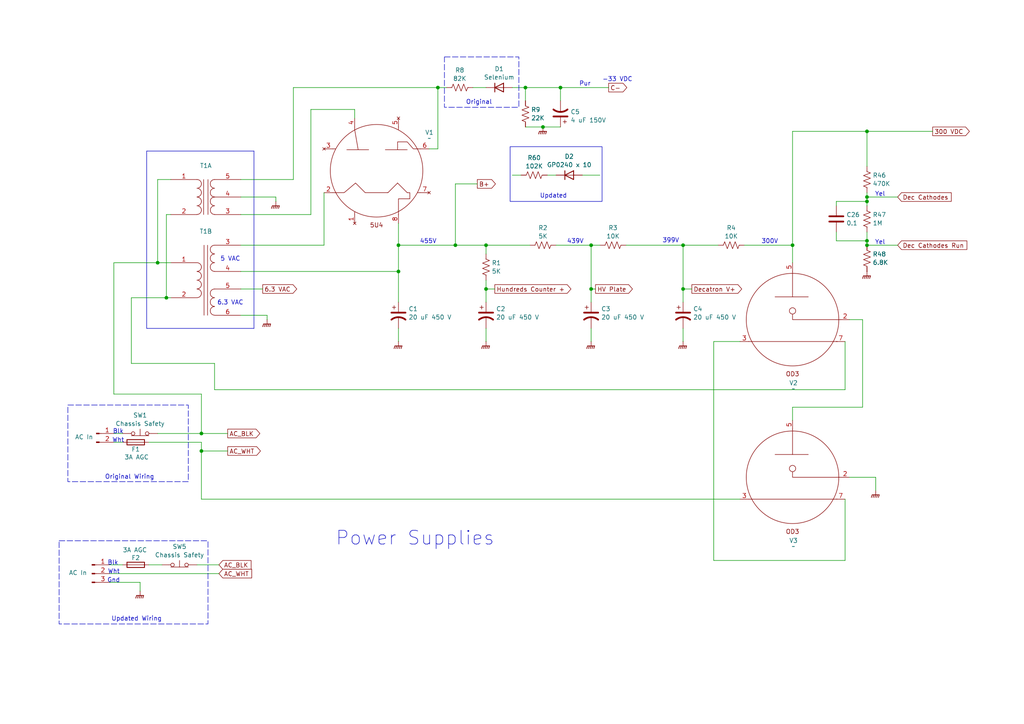
<source format=kicad_sch>
(kicad_sch (version 20250114) (generator "eeschema") (generator_version "9.0")
  (paper "A4")
  (title_block (title "General Scaler-Ratemeter RCR-1 ") (company "Nucleonics Corp of America") (comment 1 "Schematic by Steve Conklin"))
  (lib_symbols
    (symbol "Connector:Conn_01x02_Pin" (pin_names (offset 1.016) (hide yes))
      (property "Reference" "J" (at 0 2.54 0))
      (property "Value" "Conn_01x02_Pin" (at 0 -5.08 0))
      (symbol "Conn_01x02_Pin_1_1"
        (rectangle (start 0.8636 0.127) (end 0 -0.127) (stroke (width 0.1524)) (fill (type outline)))
        (rectangle (start 0.8636 -2.413) (end 0 -2.667) (stroke (width 0.1524)) (fill (type outline)))
        (polyline (pts (xy 1.27 0) (xy 0.8636 0)) (stroke (width 0.1524)))
        (polyline (pts (xy 1.27 -2.54) (xy 0.8636 -2.54)) (stroke (width 0.1524)))
        (pin passive line (at 5.08 0 180) (length 3.81) (name "Pin_1") (number "1"))
        (pin passive line (at 5.08 -2.54 180) (length 3.81) (name "Pin_2") (number "2"))
      )
    )
    (symbol "Connector:Conn_01x03_Pin" (pin_names (offset 1.016) (hide yes))
      (property "Reference" "J" (at 0 5.08 0))
      (property "Value" "Conn_01x03_Pin" (at 0 -5.08 0))
      (symbol "Conn_01x03_Pin_1_1"
        (rectangle (start 0.8636 2.667) (end 0 2.413) (stroke (width 0.1524)) (fill (type outline)))
        (rectangle (start 0.8636 0.127) (end 0 -0.127) (stroke (width 0.1524)) (fill (type outline)))
        (rectangle (start 0.8636 -2.413) (end 0 -2.667) (stroke (width 0.1524)) (fill (type outline)))
        (polyline (pts (xy 1.27 2.54) (xy 0.8636 2.54)) (stroke (width 0.1524)))
        (polyline (pts (xy 1.27 0) (xy 0.8636 0)) (stroke (width 0.1524)))
        (polyline (pts (xy 1.27 -2.54) (xy 0.8636 -2.54)) (stroke (width 0.1524)))
        (pin passive line (at 5.08 2.54 180) (length 3.81) (name "Pin_1") (number "1"))
        (pin passive line (at 5.08 0 180) (length 3.81) (name "Pin_2") (number "2"))
        (pin passive line (at 5.08 -2.54 180) (length 3.81) (name "Pin_3") (number "3"))
      )
    )
    (symbol "Device:C" (pin_numbers (hide yes)) (pin_names (offset 0.254))
      (property "Reference" "C" (at 0.635 2.54 0))
      (property "Value" "C" (at 0.635 -2.54 0))
      (symbol "C_0_1"
        (polyline (pts (xy -2.032 0.762) (xy 2.032 0.762)) (stroke (width 0.508)))
        (polyline (pts (xy -2.032 -0.762) (xy 2.032 -0.762)) (stroke (width 0.508)))
      )
      (symbol "C_1_1"
        (pin passive line (at 0 3.81 270) (length 2.794) (name "~") (number "1"))
        (pin passive line (at 0 -3.81 90) (length 2.794) (name "~") (number "2"))
      )
    )
    (symbol "Device:C_Polarized_US" (pin_numbers (hide yes)) (pin_names (offset 0.254) (hide yes))
      (property "Reference" "C" (at 0.635 2.54 0))
      (property "Value" "C_Polarized_US" (at 0.635 -2.54 0))
      (symbol "C_Polarized_US_0_1"
        (polyline (pts (xy -2.032 0.762) (xy 2.032 0.762)) (stroke (width 0.508)))
        (polyline (pts (xy -1.778 2.286) (xy -0.762 2.286)))
        (polyline (pts (xy -1.27 1.778) (xy -1.27 2.794)))
        (arc (start -2.032 -1.27) (mid 0 -0.5572) (end 2.032 -1.27) (stroke (width 0.508)))
      )
      (symbol "C_Polarized_US_1_1"
        (pin passive line (at 0 3.81 270) (length 2.794) (name "~") (number "1"))
        (pin passive line (at 0 -3.81 90) (length 3.302) (name "~") (number "2"))
      )
    )
    (symbol "Device:D" (pin_numbers (hide yes)) (pin_names (offset 1.016) (hide yes))
      (property "Reference" "D" (at 0 2.54 0))
      (property "Value" "D" (at 0 -2.54 0))
      (symbol "D_0_1"
        (polyline (pts (xy -1.27 1.27) (xy -1.27 -1.27)) (stroke (width 0.254)))
        (polyline (pts (xy 1.27 1.27) (xy 1.27 -1.27) (xy -1.27 0) (xy 1.27 1.27)) (stroke (width 0.254)))
        (polyline (pts (xy 1.27 0) (xy -1.27 0)))
      )
      (symbol "D_1_1"
        (pin passive line (at -3.81 0 0) (length 2.54) (name "K") (number "1"))
        (pin passive line (at 3.81 0 180) (length 2.54) (name "A") (number "2"))
      )
    )
    (symbol "Device:Fuse" (pin_numbers (hide yes)) (pin_names (offset 0))
      (property "Reference" "F" (at 2.032 0 90))
      (property "Value" "Fuse" (at -1.905 0 90))
      (symbol "Fuse_0_1"
        (rectangle (start -0.762 -2.54) (end 0.762 2.54) (stroke (width 0.254)))
        (polyline (pts (xy 0 2.54) (xy 0 -2.54)))
      )
      (symbol "Fuse_1_1"
        (pin passive line (at 0 3.81 270) (length 1.27) (name "~") (number "1"))
        (pin passive line (at 0 -3.81 90) (length 1.27) (name "~") (number "2"))
      )
    )
    (symbol "Device:R_US" (pin_numbers (hide yes)) (pin_names (offset 0))
      (property "Reference" "R" (at 2.54 0 90))
      (property "Value" "R_US" (at -2.54 0 90))
      (symbol "R_US_0_1"
        (polyline (pts (xy 0 2.286) (xy 0 2.54)))
        (polyline (pts (xy 0 2.286) (xy 1.016 1.905) (xy 0 1.524) (xy -1.016 1.143) (xy 0 0.762)))
        (polyline (pts (xy 0 0.762) (xy 1.016 0.381) (xy 0 0) (xy -1.016 -0.381) (xy 0 -0.762)))
        (polyline (pts (xy 0 -0.762) (xy 1.016 -1.143) (xy 0 -1.524) (xy -1.016 -1.905) (xy 0 -2.286)))
        (polyline (pts (xy 0 -2.286) (xy 0 -2.54)))
      )
      (symbol "R_US_1_1"
        (pin passive line (at 0 3.81 270) (length 1.27) (name "~") (number "1"))
        (pin passive line (at 0 -3.81 90) (length 1.27) (name "~") (number "2"))
      )
    )
    (symbol "Device:Transformer_1P_2S" (pin_names (offset 1.016) (hide yes))
      (property "Reference" "T" (at 0 12.7 0))
      (property "Value" "Transformer_1P_2S" (at 0 -12.7 0))
      (symbol "Transformer_1P_2S_0_1"
        (arc (start -1.27 3.81) (mid -1.656 2.9336) (end -2.54 2.5654))
        (arc (start -1.27 1.27) (mid -1.656 0.3936) (end -2.54 0.0254))
        (arc (start -1.27 -1.27) (mid -1.656 -2.1464) (end -2.54 -2.5146))
        (arc (start -1.27 -3.81) (mid -1.656 -4.6864) (end -2.54 -5.0546))
        (arc (start -2.54 5.08) (mid -1.642 4.708) (end -1.27 3.81))
        (arc (start -2.54 2.54) (mid -1.642 2.168) (end -1.27 1.27))
        (arc (start -2.54 0) (mid -1.642 -0.372) (end -1.27 -1.27))
        (arc (start -2.54 -2.54) (mid -1.642 -2.912) (end -1.27 -3.81))
        (polyline (pts (xy -0.508 -10.16) (xy -0.508 10.16)))
        (polyline (pts (xy 0.508 10.16) (xy 0.508 -10.16)))
        (arc (start 1.2954 8.89) (mid 1.6457 9.7917) (end 2.54 10.16))
        (arc (start 1.2954 6.35) (mid 1.6457 7.2517) (end 2.54 7.62))
        (arc (start 1.2954 3.81) (mid 1.6457 4.7117) (end 2.54 5.08))
        (arc (start 1.2954 -3.81) (mid 1.6457 -2.9083) (end 2.54 -2.54))
        (arc (start 1.2954 -6.35) (mid 1.6457 -5.4483) (end 2.54 -5.08))
        (arc (start 1.2954 -8.89) (mid 1.6457 -7.9883) (end 2.54 -7.62))
        (arc (start 2.54 7.6454) (mid 1.6599 8.0099) (end 1.2954 8.89))
        (arc (start 2.54 5.1054) (mid 1.6599 5.4699) (end 1.2954 6.35))
        (arc (start 2.54 2.5654) (mid 1.6599 2.9299) (end 1.2954 3.81))
        (arc (start 2.54 -5.0546) (mid 1.6599 -4.6901) (end 1.2954 -3.81))
        (arc (start 2.54 -7.5946) (mid 1.6599 -7.2301) (end 1.2954 -6.35))
        (arc (start 2.54 -10.1346) (mid 1.6599 -9.7701) (end 1.2954 -8.89))
      )
      (symbol "Transformer_1P_2S_1_1"
        (pin passive line (at -10.16 5.08 0) (length 7.62) (name "AA") (number "1"))
        (pin passive line (at -10.16 -5.08 0) (length 7.62) (name "AB") (number "2"))
        (pin passive line (at 10.16 10.16 180) (length 7.62) (name "SA") (number "3"))
        (pin passive line (at 10.16 2.54 180) (length 7.62) (name "SB") (number "4"))
        (pin passive line (at 10.16 -2.54 180) (length 7.62) (name "SC") (number "5"))
        (pin passive line (at 10.16 -10.16 180) (length 7.62) (name "SD") (number "6"))
      )
    )
    (symbol "Device:Transformer_1P_SS" (pin_names (offset 1.016) (hide yes))
      (property "Reference" "T" (at 0 6.35 0))
      (property "Value" "Transformer_1P_SS" (at 0 -7.62 0))
      (symbol "Transformer_1P_SS_0_1"
        (arc (start -1.27 3.81) (mid -1.656 2.9336) (end -2.54 2.5654))
        (arc (start -1.27 1.27) (mid -1.656 0.3936) (end -2.54 0.0254))
        (arc (start -1.27 -1.27) (mid -1.656 -2.1464) (end -2.54 -2.5146))
        (arc (start -1.27 -3.81) (mid -1.656 -4.6864) (end -2.54 -5.0546))
        (arc (start -2.54 5.08) (mid -1.642 4.708) (end -1.27 3.81))
        (arc (start -2.54 2.54) (mid -1.642 2.168) (end -1.27 1.27))
        (arc (start -2.54 0) (mid -1.642 -0.372) (end -1.27 -1.27))
        (arc (start -2.54 -2.54) (mid -1.642 -2.912) (end -1.27 -3.81))
        (polyline (pts (xy -0.635 5.08) (xy -0.635 -5.08)))
        (polyline (pts (xy 0.635 -5.08) (xy 0.635 5.08)))
        (arc (start 1.2954 3.81) (mid 1.6457 4.7117) (end 2.54 5.08))
        (arc (start 1.2954 1.27) (mid 1.6457 2.1717) (end 2.54 2.54))
        (arc (start 1.2954 -1.27) (mid 1.6457 -0.3683) (end 2.54 0))
        (arc (start 2.54 2.5654) (mid 1.6599 2.9299) (end 1.2954 3.81))
        (arc (start 2.54 0.0254) (mid 1.6599 0.3899) (end 1.2954 1.27))
        (arc (start 2.54 -2.5146) (mid 1.6599 -2.1501) (end 1.2954 -1.27))
        (arc (start 1.3208 -3.81) (mid 1.6711 -2.9085) (end 2.5654 -2.54))
        (arc (start 2.5654 -5.0546) (mid 1.6851 -4.6902) (end 1.3208 -3.81))
      )
      (symbol "Transformer_1P_SS_1_1"
        (pin passive line (at -10.16 5.08 0) (length 7.62) (name "AA") (number "1"))
        (pin passive line (at -10.16 -5.08 0) (length 7.62) (name "AB") (number "2"))
        (pin passive line (at 10.16 5.08 180) (length 7.62) (name "SB") (number "5"))
        (pin passive line (at 10.16 0 180) (length 7.62) (name "SC") (number "4"))
        (pin passive line (at 10.16 -5.08 180) (length 7.62) (name "SA") (number "3"))
      )
    )
    (symbol "OD3_1" (pin_names (offset 0) (hide yes))
      (property "Reference" "V" (at 8.636 12.954 0))
      (symbol "OD3_1_0_1"
        (polyline (pts (xy -12.7 -6.35) (xy 12.954 -6.35)))
        (polyline (pts (xy -5.08 6.604) (xy 4.572 6.604)))
        (polyline (pts (xy 0 6.604) (xy 0 13.97)))
        (circle (center 0 2.54) (radius 0.9158))
        (polyline (pts (xy 0 1.524) (xy 0 0) (xy 13.97 0)))
        (circle (center 0 0) (radius 13.4212))
      )
      (symbol "OD3_1_1_1"
        (polyline (pts (xy -6.35 -11.938) (xy -6.35 -11.938)))
        (text "OD3" (at 0 -15.748 0) (effects (font (size 1.27 1.27))))
        (pin bidirectional line (at -15.24 -6.35 0) (length 2.54) (name "") (number "3"))
        (pin bidirectional line (at 0 16.51 270) (length 2.54) (name "") (number "5"))
        (pin bidirectional line (at 15.24 -6.35 180) (length 2.54) (name "") (number "7"))
        (pin bidirectional line (at 16.51 0 180) (length 2.54) (name "") (number "2"))
      )
    )
    (symbol "Switch:SW_Push_Open" (pin_numbers (hide yes)) (pin_names (offset 1.016) (hide yes))
      (property "Reference" "SW" (at 0 2.54 0))
      (property "Value" "SW_Push_Open" (at 0 -1.905 0))
      (symbol "SW_Push_Open_0_1"
        (polyline (pts (xy -2.54 -0.635) (xy 2.54 -0.635)))
        (circle (center -2.032 0) (radius 0.508))
        (polyline (pts (xy 0 -0.635) (xy 0 1.27)))
        (circle (center 2.032 0) (radius 0.508))
        (pin passive line (at -5.08 0 0) (length 2.54) (name "A") (number "1"))
      )
      (symbol "SW_Push_Open_1_1"
        (pin passive line (at 5.08 0 180) (length 2.54) (name "B") (number "2"))
      )
    )
    (symbol "ai4qr_tubes:5U4" (pin_names (offset 0) (hide yes))
      (property "Reference" "V" (at -2.032 15.748 0))
      (symbol "5U4_0_1"
        (polyline (pts (xy -12.7 6.35) (xy -11.938 6.35)))
        (polyline (pts (xy -12.7 -6.35) (xy -9.398 -6.35) (xy -6.096 -3.556) (xy -3.302 -6.35) (xy 3.048 -6.35)))
        (polyline (pts (xy -6.35 12.7) (xy -6.35 11.938) (xy -5.334 6.096)))
        (polyline (pts (xy -2.286 6.096) (xy -8.636 6.096)))
        (circle (center 0 0) (radius 13.4212))
        (polyline (pts (xy 2.54 6.096) (xy 8.89 6.096)))
        (polyline (pts (xy 3.302 -6.35) (xy 3.048 -6.35)))
        (polyline (pts (xy 6.096 -3.556) (xy 3.302 -6.35)))
        (polyline (pts (xy 6.096 -3.556) (xy 8.89 -6.35)))
        (polyline (pts (xy 6.35 12.7) (xy 6.35 11.938)))
        (polyline (pts (xy 8.89 -6.35) (xy 9.652 -6.35) (xy 9.652 -8.128) (xy 6.35 -8.128) (xy 6.35 -12.7)))
        (polyline (pts (xy 12.7 6.35) (xy 10.668 6.35) (xy 8.89 8.382) (xy 6.096 8.382) (xy 6.096 6.096)))
        (polyline (pts (xy 12.7 -6.35) (xy 11.938 -6.35)))
      )
      (symbol "5U4_1_1"
        (polyline (pts (xy -6.35 -11.938) (xy -6.35 -11.938)))
        (polyline (pts (xy -6.35 -12.7) (xy -6.35 -11.938)))
        (text "5U4\n" (at 0 -15.748 0) (effects (font (size 1.27 1.27))))
        (pin no_connect line (at -15.24 6.35 0) (length 2.54) (name "") (number "3"))
        (pin bidirectional line (at -15.24 -6.35 0) (length 2.54) (name "") (number "2"))
        (pin bidirectional line (at -6.35 15.24 270) (length 2.54) (name "") (number "4"))
        (pin no_connect line (at -6.35 -15.24 90) (length 2.54) (name "") (number "1"))
        (pin no_connect line (at 6.35 15.24 270) (length 2.54) (name "") (number "5"))
        (pin bidirectional line (at 6.35 -15.24 90) (length 2.54) (name "") (number "8"))
        (pin bidirectional line (at 15.24 6.35 180) (length 2.54) (name "") (number "6"))
        (pin no_connect line (at 15.24 -6.35 180) (length 2.54) (name "") (number "7"))
      )
    )
    (symbol "ai4qr_tubes:OD3" (pin_names (offset 0) (hide yes))
      (property "Reference" "V" (at 8.636 12.954 0))
      (symbol "OD3_0_1"
        (polyline (pts (xy -12.7 -6.35) (xy 12.954 -6.35)))
        (polyline (pts (xy -5.08 6.604) (xy 4.572 6.604)))
        (polyline (pts (xy 0 6.604) (xy 0 13.97)))
        (circle (center 0 2.54) (radius 0.9158))
        (polyline (pts (xy 0 1.524) (xy 0 0) (xy 13.97 0)))
        (circle (center 0 0) (radius 13.4212))
      )
      (symbol "OD3_1_1"
        (polyline (pts (xy -6.35 -11.938) (xy -6.35 -11.938)))
        (text "OD3" (at 0 -15.748 0) (effects (font (size 1.27 1.27))))
        (pin bidirectional line (at -15.24 -6.35 0) (length 2.54) (name "") (number "3"))
        (pin bidirectional line (at 0 16.51 270) (length 2.54) (name "") (number "5"))
        (pin bidirectional line (at 15.24 -6.35 180) (length 2.54) (name "") (number "7"))
        (pin bidirectional line (at 16.51 0 180) (length 2.54) (name "") (number "2"))
      )
    )
    (symbol "power:GNDPWR" (power) (pin_numbers (hide yes)) (pin_names (offset 0) (hide yes))
      (property "Value" "GNDPWR" (at 0 -3.302 0))
      (symbol "GNDPWR_0_1"
        (polyline (pts (xy -1.016 -1.27) (xy -1.27 -2.032) (xy -1.27 -2.032)) (stroke (width 0.2032)))
        (polyline (pts (xy -0.508 -1.27) (xy -0.762 -2.032) (xy -0.762 -2.032)) (stroke (width 0.2032)))
        (polyline (pts (xy 0 -1.27) (xy 0 0)))
        (polyline (pts (xy 0 -1.27) (xy -0.254 -2.032) (xy -0.254 -2.032)) (stroke (width 0.2032)))
        (polyline (pts (xy 0.508 -1.27) (xy 0.254 -2.032) (xy 0.254 -2.032)) (stroke (width 0.2032)))
        (polyline (pts (xy 1.016 -1.27) (xy -1.016 -1.27) (xy -1.016 -1.27)) (stroke (width 0.2032)))
        (polyline (pts (xy 1.016 -1.27) (xy 0.762 -2.032) (xy 0.762 -2.032) (xy 0.762 -2.032)) (stroke (width 0.2032)))
      )
      (symbol "GNDPWR_1_1"
        (pin power_in line (at 0 0 270) (length 0) (name "~") (number "1"))
      )
    )
  )
  (rectangle (start 17.145 156.845) (end 60.325 180.975) (stroke (width 0) (type dash)))
  (rectangle (start 128.905 16.51) (end 150.495 31.115) (stroke (width 0) (type dash)))
  (rectangle (start 147.955 42.545) (end 174.625 58.42))
  (rectangle (start 19.685 117.475) (end 54.61 139.7) (stroke (width 0) (type dash)))
  (text "Updated Wiring" (at 39.624 179.578 0) (effects (font (size 1.27 1.27))))
  (text "Blk" (at 32.766 163.322 0) (effects (font (size 1.27 1.27))))
  (text "Gnd" (at 32.9689 168.402 0) (effects (font (size 1.27 1.27))))
  (text "Original Wiring" (at 37.592 138.43 0) (effects (font (size 1.27 1.27))))
  (text "Yel" (at 255.27 56.388 0) (effects (font (size 1.27 1.27))))
  (text "5 VAC" (at 66.802 75.184 0) (effects (font (size 1.27 1.27))))
  (text "Power Supplies" (at 120.396 156.21 0) (effects (font (size 4 4))))
  (text "Wht" (at 33.02 165.862 0) (effects (font (size 1.27 1.27))))
  (text "Updated" (at 160.528 56.896 0) (effects (font (size 1.27 1.27))))
  (text "439V" (at 166.878 70.104 0) (effects (font (size 1.27 1.27))))
  (text "Wht" (at 34.29 127.762 0) (effects (font (size 1.27 1.27))))
  (text "Yel" (at 255.27 70.358 0) (effects (font (size 1.27 1.27))))
  (text "Pur" (at 169.672 24.384 0) (effects (font (size 1.27 1.27))))
  (text "300V" (at 223.266 70.104 0) (effects (font (size 1.27 1.27))))
  (text "-33 VDC" (at 179.07 23.114 0) (effects (font (size 1.27 1.27))))
  (text "6.3 VAC" (at 66.802 87.884 0) (effects (font (size 1.27 1.27))))
  (text "455V" (at 124.206 70.104 0) (effects (font (size 1.27 1.27))))
  (text "Original" (at 138.938 29.718 0) (effects (font (size 1.27 1.27))))
  (text "399V" (at 194.564 69.85 0) (effects (font (size 1.27 1.27))))
  (text "Blk" (at 34.29 125.222 0) (effects (font (size 1.27 1.27))))
  (junction (at 140.97 83.82))
  (junction (at 45.72 76.2))
  (junction (at 198.12 83.82))
  (junction (at 171.45 71.12))
  (junction (at 58.42 125.73))
  (junction (at 251.46 38.1))
  (junction (at 251.46 57.15))
  (junction (at 58.42 130.81))
  (junction (at 251.46 69.85))
  (junction (at 157.48 36.83))
  (junction (at 152.4 25.4))
  (junction (at 251.46 71.12))
  (junction (at 140.97 71.12))
  (junction (at 162.56 25.4))
  (junction (at 127 25.4))
  (junction (at 115.57 71.12))
  (junction (at 48.26 86.36))
  (junction (at 251.46 58.42))
  (junction (at 132.08 71.12))
  (junction (at 229.87 71.12))
  (junction (at 115.57 78.74))
  (junction (at 198.12 71.12))
  (junction (at 171.45 83.82))
  (wire (pts (xy 251.46 69.85) (xy 251.46 71.12)))
  (wire (pts (xy 245.11 99.06) (xy 245.11 113.03)))
  (wire (pts (xy 33.02 76.2) (xy 45.72 76.2)))
  (wire (pts (xy 161.29 71.12) (xy 171.45 71.12)))
  (wire (pts (xy 251.46 57.15) (xy 260.35 57.15)))
  (wire (pts (xy 58.42 125.73) (xy 58.42 114.3)))
  (wire (pts (xy 115.57 95.25) (xy 115.57 99.06)))
  (wire (pts (xy 69.85 71.12) (xy 93.98 71.12)))
  (wire (pts (xy 69.85 62.23) (xy 90.17 62.23)))
  (wire (pts (xy 137.16 25.4) (xy 140.97 25.4)))
  (wire (pts (xy 80.01 57.15) (xy 80.01 58.42)))
  (wire (pts (xy 245.11 162.56) (xy 207.01 162.56)))
  (wire (pts (xy 207.01 99.06) (xy 214.63 99.06)))
  (wire (pts (xy 77.47 91.44) (xy 77.47 92.71)))
  (wire (pts (xy 62.23 113.03) (xy 62.23 105.41)))
  (wire (pts (xy 245.11 113.03) (xy 62.23 113.03)))
  (polyline (pts (xy 73.66 95.25) (xy 42.545 95.25)))
  (wire (pts (xy 127 25.4) (xy 127 43.18)))
  (wire (pts (xy 115.57 78.74) (xy 115.57 71.12)))
  (wire (pts (xy 229.87 38.1) (xy 229.87 71.12)))
  (wire (pts (xy 38.1 105.41) (xy 38.1 86.36)))
  (wire (pts (xy 198.12 83.82) (xy 200.66 83.82)))
  (wire (pts (xy 251.46 55.88) (xy 251.46 57.15)))
  (wire (pts (xy 31.75 163.83) (xy 35.56 163.83)))
  (wire (pts (xy 31.75 168.91) (xy 40.64 168.91)))
  (wire (pts (xy 148.59 50.8) (xy 151.13 50.8)))
  (wire (pts (xy 69.85 52.07) (xy 85.09 52.07)))
  (wire (pts (xy 254 138.43) (xy 254 142.24)))
  (wire (pts (xy 246.38 138.43) (xy 254 138.43)))
  (polyline (pts (xy 42.545 43.815) (xy 73.66 43.815)))
  (wire (pts (xy 45.72 52.07) (xy 49.53 52.07)))
  (polyline (pts (xy 42.545 43.815) (xy 42.545 95.25)))
  (wire (pts (xy 198.12 87.63) (xy 198.12 83.82)))
  (wire (pts (xy 251.46 58.42) (xy 251.46 59.69)))
  (wire (pts (xy 43.18 163.83) (xy 46.99 163.83)))
  (wire (pts (xy 242.57 69.85) (xy 251.46 69.85)))
  (wire (pts (xy 140.97 83.82) (xy 140.97 87.63)))
  (wire (pts (xy 171.45 71.12) (xy 173.99 71.12)))
  (wire (pts (xy 198.12 95.25) (xy 198.12 99.06)))
  (wire (pts (xy 33.02 114.3) (xy 33.02 76.2)))
  (wire (pts (xy 140.97 95.25) (xy 140.97 99.06)))
  (wire (pts (xy 229.87 118.11) (xy 229.87 121.92)))
  (wire (pts (xy 138.43 53.34) (xy 132.08 53.34)))
  (wire (pts (xy 69.85 83.82) (xy 76.2 83.82)))
  (wire (pts (xy 250.19 118.11) (xy 229.87 118.11)))
  (wire (pts (xy 229.87 38.1) (xy 251.46 38.1)))
  (wire (pts (xy 93.98 71.12) (xy 93.98 55.88)))
  (wire (pts (xy 90.17 31.75) (xy 102.87 31.75)))
  (wire (pts (xy 171.45 83.82) (xy 171.45 87.63)))
  (wire (pts (xy 58.42 130.81) (xy 58.42 144.78)))
  (wire (pts (xy 69.85 91.44) (xy 77.47 91.44)))
  (wire (pts (xy 242.57 67.31) (xy 242.57 69.85)))
  (wire (pts (xy 158.75 50.8) (xy 161.29 50.8)))
  (wire (pts (xy 90.17 62.23) (xy 90.17 31.75)))
  (wire (pts (xy 214.63 144.78) (xy 58.42 144.78)))
  (wire (pts (xy 38.1 86.36) (xy 48.26 86.36)))
  (wire (pts (xy 229.87 71.12) (xy 229.87 76.2)))
  (wire (pts (xy 69.85 78.74) (xy 115.57 78.74)))
  (wire (pts (xy 48.26 86.36) (xy 49.53 86.36)))
  (wire (pts (xy 127 25.4) (xy 129.54 25.4)))
  (wire (pts (xy 132.08 71.12) (xy 140.97 71.12)))
  (wire (pts (xy 85.09 52.07) (xy 85.09 25.4)))
  (wire (pts (xy 152.4 25.4) (xy 162.56 25.4)))
  (wire (pts (xy 45.72 52.07) (xy 45.72 76.2)))
  (wire (pts (xy 251.46 38.1) (xy 251.46 48.26)))
  (wire (pts (xy 251.46 67.31) (xy 251.46 69.85)))
  (wire (pts (xy 127 43.18) (xy 124.46 43.18)))
  (wire (pts (xy 162.56 25.4) (xy 162.56 29.21)))
  (wire (pts (xy 140.97 71.12) (xy 140.97 73.66)))
  (wire (pts (xy 198.12 83.82) (xy 198.12 71.12)))
  (wire (pts (xy 115.57 71.12) (xy 132.08 71.12)))
  (wire (pts (xy 45.72 76.2) (xy 49.53 76.2)))
  (wire (pts (xy 48.26 62.23) (xy 48.26 86.36)))
  (polyline (pts (xy 73.66 43.815) (xy 73.66 95.25)))
  (wire (pts (xy 58.42 130.81) (xy 66.04 130.81)))
  (wire (pts (xy 49.53 62.23) (xy 48.26 62.23)))
  (wire (pts (xy 242.57 58.42) (xy 242.57 59.69)))
  (wire (pts (xy 198.12 71.12) (xy 208.28 71.12)))
  (wire (pts (xy 157.48 36.83) (xy 162.56 36.83)))
  (wire (pts (xy 198.12 71.12) (xy 181.61 71.12)))
  (wire (pts (xy 207.01 162.56) (xy 207.01 99.06)))
  (wire (pts (xy 57.15 163.83) (xy 63.5 163.83)))
  (wire (pts (xy 148.59 25.4) (xy 152.4 25.4)))
  (wire (pts (xy 45.72 125.73) (xy 58.42 125.73)))
  (wire (pts (xy 31.75 166.37) (xy 63.5 166.37)))
  (wire (pts (xy 168.91 50.8) (xy 173.99 50.8)))
  (wire (pts (xy 171.45 95.25) (xy 171.45 99.06)))
  (wire (pts (xy 251.46 71.12) (xy 260.35 71.12)))
  (wire (pts (xy 43.18 128.27) (xy 58.42 128.27)))
  (wire (pts (xy 152.4 36.83) (xy 157.48 36.83)))
  (wire (pts (xy 250.19 92.71) (xy 250.19 118.11)))
  (wire (pts (xy 102.87 31.75) (xy 102.87 34.29)))
  (wire (pts (xy 132.08 53.34) (xy 132.08 71.12)))
  (wire (pts (xy 33.02 125.73) (xy 35.56 125.73)))
  (wire (pts (xy 58.42 125.73) (xy 66.04 125.73)))
  (wire (pts (xy 85.09 25.4) (xy 127 25.4)))
  (wire (pts (xy 69.85 57.15) (xy 80.01 57.15)))
  (wire (pts (xy 115.57 78.74) (xy 115.57 87.63)))
  (wire (pts (xy 171.45 83.82) (xy 172.72 83.82)))
  (wire (pts (xy 152.4 25.4) (xy 152.4 29.21)))
  (wire (pts (xy 246.38 92.71) (xy 250.19 92.71)))
  (wire (pts (xy 58.42 128.27) (xy 58.42 130.81)))
  (wire (pts (xy 251.46 57.15) (xy 251.46 58.42)))
  (wire (pts (xy 58.42 114.3) (xy 33.02 114.3)))
  (wire (pts (xy 140.97 81.28) (xy 140.97 83.82)))
  (wire (pts (xy 140.97 71.12) (xy 153.67 71.12)))
  (wire (pts (xy 245.11 144.78) (xy 245.11 162.56)))
  (wire (pts (xy 140.97 83.82) (xy 143.51 83.82)))
  (wire (pts (xy 251.46 38.1) (xy 270.51 38.1)))
  (wire (pts (xy 40.64 168.91) (xy 40.64 171.45)))
  (wire (pts (xy 251.46 58.42) (xy 242.57 58.42)))
  (wire (pts (xy 33.02 128.27) (xy 35.56 128.27)))
  (wire (pts (xy 62.23 105.41) (xy 38.1 105.41)))
  (wire (pts (xy 162.56 25.4) (xy 176.53 25.4)))
  (wire (pts (xy 215.9 71.12) (xy 229.87 71.12)))
  (wire (pts (xy 171.45 71.12) (xy 171.45 83.82)))
  (wire (pts (xy 115.57 71.12) (xy 115.57 64.77)))
  (global_label "AC_WHT" (shape input) (at 63.5 166.37 0) (property "Intersheetrefs" "${INTERSHEET_REFS}" (effects (hide yes))))
  (global_label "AC_WHT" (shape output) (at 66.04 130.81 0) (property "Intersheetrefs" "${INTERSHEET_REFS}" (effects (hide yes))))
  (global_label "C-" (shape output) (at 176.53 25.4 0) (property "Intersheetrefs" "${INTERSHEET_REFS}" (effects (hide yes))))
  (global_label "6.3 VAC" (shape output) (at 76.2 83.82 0) (property "Intersheetrefs" "${INTERSHEET_REFS}" (effects (hide yes))))
  (global_label "Dec Cathodes" (shape input) (at 260.35 57.15 0) (property "Intersheetrefs" "${INTERSHEET_REFS}" (effects (hide yes))))
  (global_label "300 VDC" (shape output) (at 270.51 38.1 0) (property "Intersheetrefs" "${INTERSHEET_REFS}" (effects (hide yes))))
  (global_label "AC_BLK" (shape input) (at 63.5 163.83 0) (property "Intersheetrefs" "${INTERSHEET_REFS}" (effects (hide yes))))
  (global_label "Hundreds Counter +" (shape output) (at 143.51 83.82 0) (property "Intersheetrefs" "${INTERSHEET_REFS}" (effects (hide yes))))
  (global_label "AC_BLK" (shape output) (at 66.04 125.73 0) (property "Intersheetrefs" "${INTERSHEET_REFS}" (effects (hide yes))))
  (global_label "Decatron V+" (shape output) (at 200.66 83.82 0) (property "Intersheetrefs" "${INTERSHEET_REFS}" (effects (hide yes))))
  (global_label "B+" (shape output) (at 138.43 53.34 0) (property "Intersheetrefs" "${INTERSHEET_REFS}" (effects (hide yes))))
  (global_label "Dec Cathodes Run" (shape input) (at 260.35 71.12 0) (property "Intersheetrefs" "${INTERSHEET_REFS}" (effects (hide yes))))
  (global_label "HV Plate" (shape output) (at 172.72 83.82 0) (property "Intersheetrefs" "${INTERSHEET_REFS}" (effects (hide yes))))
  (symbol (lib_id "Device:R_US") (at 251.46 63.5 0) (unit 1)
    (property "Reference" "R47" (at 253.111 62.2878 0) (effects (justify left)))
    (property "Value" "1M" (at 253.111 64.7121 0) (effects (justify left)))
    (property "Description" "Resistor, US symbol" (effects (hide yes)))
  )
  (symbol (lib_id "power:GNDPWR") (at 80.01 58.42 0) (unit 1)
    (property "Reference" "#PWR01" (effects (hide yes)))
    (property "Value" "GNDPWR" (effects (hide yes)))
    (property "Description" "Power symbol creates a global label with name \"GNDPWR\" , global ground" (effects (hide yes)))
  )
  (symbol (lib_id "ai4qr_tubes:OD3") (at 229.87 138.43 0) (unit 1)
    (property "Reference" "V3" (at 230.1444 156.7928 0))
    (property "Value" "~" (at 230.1444 158.4742 0))
  )
  (symbol (lib_id "power:GNDPWR") (at 40.64 171.45 0) (unit 1)
    (property "Reference" "#PWR031" (effects (hide yes)))
    (property "Value" "GNDPWR" (effects (hide yes)))
    (property "Description" "Power symbol creates a global label with name \"GNDPWR\" , global ground" (effects (hide yes)))
  )
  (symbol (lib_id "ai4qr_tubes:5U4") (at 109.22 49.53 0) (unit 1)
    (property "Reference" "V1" (at 124.5364 38.4193 0))
    (property "Value" "~" (at 124.5364 40.1007 0))
  )
  (symbol (lib_id "Device:R_US") (at 133.35 25.4 90) (unit 1)
    (property "Reference" "R8" (at 133.35 20.3665 90))
    (property "Value" "82K" (at 133.35 22.7908 90))
    (property "Description" "Resistor, US symbol" (effects (hide yes)))
  )
  (symbol (lib_id "Device:Fuse") (at 39.37 128.27 270) (unit 1)
    (property "Reference" "F1" (at 39.37 130.302 90))
    (property "Value" "3A AGC" (at 39.624 132.588 90))
    (property "Description" "Fuse" (effects (hide yes)))
  )
  (symbol (lib_id "Device:C_Polarized_US") (at 115.57 91.44 0) (unit 1)
    (property "Reference" "C1" (at 118.491 89.5928 0) (effects (justify left)))
    (property "Value" "20 uF 450 V" (at 118.491 92.0171 0) (effects (justify left)))
    (property "Description" "Polarized capacitor, US symbol" (effects (hide yes)))
  )
  (symbol (lib_id "power:GNDPWR") (at 77.47 92.71 0) (unit 1)
    (property "Reference" "#PWR02" (effects (hide yes)))
    (property "Value" "GNDPWR" (effects (hide yes)))
    (property "Description" "Power symbol creates a global label with name \"GNDPWR\" , global ground" (effects (hide yes)))
  )
  (symbol (lib_id "Device:R_US") (at 177.8 71.12 270) (unit 1)
    (property "Reference" "R3" (at 177.8 66.0865 90))
    (property "Value" "10K" (at 177.8 68.5108 90))
    (property "Description" "Resistor, US symbol" (effects (hide yes)))
  )
  (symbol (lib_id "power:GNDPWR") (at 157.48 36.83 0) (unit 1)
    (property "Reference" "#PWR04" (effects (hide yes)))
    (property "Value" "GNDPWR" (effects (hide yes)))
    (property "Description" "Power symbol creates a global label with name \"GNDPWR\" , global ground" (effects (hide yes)))
  )
  (symbol (lib_id "Device:C") (at 242.57 63.5 0) (unit 1)
    (property "Reference" "C26" (at 245.491 62.2878 0) (effects (justify left)))
    (property "Value" "0.1" (at 245.491 64.7121 0) (effects (justify left)))
    (property "Description" "Unpolarized capacitor" (effects (hide yes)))
  )
  (symbol (lib_id "Device:R_US") (at 251.46 52.07 0) (unit 1)
    (property "Reference" "R46" (at 253.111 50.8578 0) (effects (justify left)))
    (property "Value" "470K" (at 253.111 53.2821 0) (effects (justify left)))
    (property "Description" "Resistor, US symbol" (effects (hide yes)))
  )
  (symbol (lib_id "power:GNDPWR") (at 115.57 99.06 0) (unit 1)
    (property "Reference" "#PWR03" (effects (hide yes)))
    (property "Value" "GNDPWR" (effects (hide yes)))
    (property "Description" "Power symbol creates a global label with name \"GNDPWR\" , global ground" (effects (hide yes)))
  )
  (symbol (lib_id "power:GNDPWR") (at 254 142.24 0) (unit 1)
    (property "Reference" "#PWR08" (effects (hide yes)))
    (property "Value" "GNDPWR" (effects (hide yes)))
    (property "Description" "Power symbol creates a global label with name \"GNDPWR\" , global ground" (effects (hide yes)))
  )
  (symbol (lib_id "Device:D") (at 144.78 25.4 0) (unit 1)
    (property "Reference" "D1" (at 144.78 19.9855 0))
    (property "Value" "Selenium" (at 144.78 22.4098 0))
    (property "Description" "Diode" (effects (hide yes)))
    (property "Sim.Device" "D" (effects (hide yes)))
    (property "Sim.Pins" "1=K 2=A" (effects (hide yes)))
  )
  (symbol (lib_id "power:GNDPWR") (at 198.12 99.06 0) (unit 1)
    (property "Reference" "#PWR07" (effects (hide yes)))
    (property "Value" "GNDPWR" (effects (hide yes)))
    (property "Description" "Power symbol creates a global label with name \"GNDPWR\" , global ground" (effects (hide yes)))
  )
  (symbol (lib_id "Device:C_Polarized_US") (at 171.45 91.44 0) (unit 1)
    (property "Reference" "C3" (at 174.371 89.5928 0) (effects (justify left)))
    (property "Value" "20 uF 450 V" (at 174.371 92.0171 0) (effects (justify left)))
    (property "Description" "Polarized capacitor, US symbol" (effects (hide yes)))
  )
  (symbol (lib_id "Device:R_US") (at 157.48 71.12 270) (unit 1)
    (property "Reference" "R2" (at 157.48 66.0865 90))
    (property "Value" "5K" (at 157.48 68.5108 90))
    (property "Description" "Resistor, US symbol" (effects (hide yes)))
  )
  (symbol (lib_id "Device:R_US") (at 140.97 77.47 180) (unit 1)
    (property "Reference" "R1" (at 142.621 76.2578 0) (effects (justify right)))
    (property "Value" "5K" (at 142.621 78.6821 0) (effects (justify right)))
    (property "Description" "Resistor, US symbol" (effects (hide yes)))
  )
  (symbol (lib_id "Device:Transformer_1P_SS") (at 59.69 57.15 0) (unit 1)
    (property "Reference" "T1A" (at 59.7027 48.0522 0))
    (property "Value" "Transformer_1P_SS" (effects (hide yes)))
    (property "Description" "Transformer, single primary, split secondary" (effects (hide yes)))
  )
  (symbol (lib_id "Device:R_US") (at 251.46 74.93 0) (unit 1)
    (property "Reference" "R48" (at 253.111 73.7178 0) (effects (justify left)))
    (property "Value" "6.8K" (at 253.111 76.1421 0) (effects (justify left)))
    (property "Description" "Resistor, US symbol" (effects (hide yes)))
  )
  (symbol (lib_id "Switch:SW_Push_Open") (at 52.07 163.83 0) (unit 1)
    (property "Reference" "SW5" (at 52.07 158.5425 0))
    (property "Value" "Chassis Safety" (at 52.07 160.9668 0))
    (property "Description" "Push button switch, push-to-open, generic, two pins" (effects (hide yes)))
  )
  (symbol (lib_id "Device:R_US") (at 152.4 33.02 180) (unit 1)
    (property "Reference" "R9" (at 154.051 31.8078 0) (effects (justify right)))
    (property "Value" "22K" (at 154.051 34.2321 0) (effects (justify right)))
    (property "Description" "Resistor, US symbol" (effects (hide yes)))
  )
  (symbol (lib_id "power:GNDPWR") (at 251.46 78.74 0) (unit 1)
    (property "Reference" "#PWR040" (effects (hide yes)))
    (property "Value" "GNDPWR" (effects (hide yes)))
    (property "Description" "Power symbol creates a global label with name \"GNDPWR\" , global ground" (effects (hide yes)))
  )
  (symbol (lib_id "Connector:Conn_01x03_Pin") (at 26.67 166.37 0) (unit 1)
    (property "Reference" "J4" (effects (hide yes)))
    (property "Value" "AC In" (at 22.606 166.116 0))
    (property "Description" "Generic connector, single row, 01x03, script generated" (effects (hide yes)))
  )
  (symbol (lib_id "Device:D") (at 165.1 50.8 0) (unit 1)
    (property "Reference" "D2" (at 165.1 45.3855 0))
    (property "Value" "GP0240 x 10" (at 165.1 47.8098 0))
    (property "Description" "Diode" (effects (hide yes)))
    (property "Sim.Device" "D" (effects (hide yes)))
    (property "Sim.Pins" "1=K 2=A" (effects (hide yes)))
  )
  (symbol (lib_id "Device:C_Polarized_US") (at 140.97 91.44 0) (unit 1)
    (property "Reference" "C2" (at 143.891 89.5928 0) (effects (justify left)))
    (property "Value" "20 uF 450 V" (at 143.891 92.0171 0) (effects (justify left)))
    (property "Description" "Polarized capacitor, US symbol" (effects (hide yes)))
  )
  (symbol (lib_id "Device:C_Polarized_US") (at 162.56 33.02 180) (unit 1)
    (property "Reference" "C5" (at 165.481 32.4428 0) (effects (justify right)))
    (property "Value" "4 uF 150V" (at 165.481 34.8671 0) (effects (justify right)))
    (property "Description" "Polarized capacitor, US symbol" (effects (hide yes)))
  )
  (symbol (lib_id "Switch:SW_Push_Open") (at 40.64 125.73 0) (unit 1)
    (property "Reference" "SW1" (at 40.64 120.4425 0))
    (property "Value" "Chassis Safety" (at 40.64 122.8668 0))
    (property "Description" "Push button switch, push-to-open, generic, two pins" (effects (hide yes)))
  )
  (symbol (lib_id "Device:Fuse") (at 39.37 163.83 90) (unit 1)
    (property "Reference" "F2" (at 39.37 161.798 90))
    (property "Value" "3A AGC" (at 39.116 159.512 90))
    (property "Description" "Fuse" (effects (hide yes)))
  )
  (symbol (lib_id "power:GNDPWR") (at 140.97 99.06 0) (unit 1)
    (property "Reference" "#PWR05" (effects (hide yes)))
    (property "Value" "GNDPWR" (effects (hide yes)))
    (property "Description" "Power symbol creates a global label with name \"GNDPWR\" , global ground" (effects (hide yes)))
  )
  (symbol (lib_name "OD3_1") (lib_id "ai4qr_tubes:OD3") (at 229.87 92.71 0) (unit 1)
    (property "Reference" "V2" (at 230.1444 111.0728 0))
    (property "Value" "~" (at 230.1444 112.7542 0))
  )
  (symbol (lib_id "power:GNDPWR") (at 171.45 99.06 0) (unit 1)
    (property "Reference" "#PWR06" (effects (hide yes)))
    (property "Value" "GNDPWR" (effects (hide yes)))
    (property "Description" "Power symbol creates a global label with name \"GNDPWR\" , global ground" (effects (hide yes)))
  )
  (symbol (lib_id "Device:Transformer_1P_2S") (at 59.69 81.28 0) (unit 1)
    (property "Reference" "T1B" (at 59.69 67.1022 0))
    (property "Value" "Transformer_1P_2S" (effects (hide yes)))
    (property "Description" "Transformer, single primary, dual secondary" (effects (hide yes)))
  )
  (symbol (lib_id "Device:C_Polarized_US") (at 198.12 91.44 0) (unit 1)
    (property "Reference" "C4" (at 201.041 89.5928 0) (effects (justify left)))
    (property "Value" "20 uF 450 V" (at 201.041 92.0171 0) (effects (justify left)))
    (property "Description" "Polarized capacitor, US symbol" (effects (hide yes)))
  )
  (symbol (lib_id "Device:R_US") (at 212.09 71.12 270) (unit 1)
    (property "Reference" "R4" (at 212.09 66.0865 90))
    (property "Value" "10K" (at 212.09 68.5108 90))
    (property "Description" "Resistor, US symbol" (effects (hide yes)))
  )
  (symbol (lib_id "Connector:Conn_01x02_Pin") (at 27.94 125.73 0) (unit 1)
    (property "Reference" "J1" (effects (hide yes)))
    (property "Value" "AC In" (at 24.384 126.746 0))
    (property "Description" "Generic connector, single row, 01x02, script generated" (effects (hide yes)))
  )
  (symbol (lib_id "Device:R_US") (at 154.94 50.8 90) (unit 1)
    (property "Reference" "R60" (at 154.94 45.7665 90))
    (property "Value" "102K" (at 154.94 48.1908 90))
    (property "Description" "Resistor, US symbol" (effects (hide yes)))
  )
)
</source>
